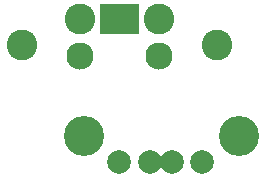
<source format=gts>
G04 #@! TF.FileFunction,Soldermask,Top*
%FSLAX46Y46*%
G04 Gerber Fmt 4.6, Leading zero omitted, Abs format (unit mm)*
G04 Created by KiCad (PCBNEW 4.0.7) date 11/16/18 17:07:03*
%MOMM*%
%LPD*%
G01*
G04 APERTURE LIST*
%ADD10C,0.100000*%
%ADD11C,2.600000*%
%ADD12C,2.300000*%
%ADD13R,0.800000X2.600000*%
%ADD14C,2.000000*%
%ADD15C,3.400000*%
G04 APERTURE END LIST*
D10*
D11*
X141839000Y-110434000D03*
D12*
X146789000Y-111354000D03*
D11*
X146789000Y-108204000D03*
D13*
X148814000Y-108204000D03*
X149464000Y-108204000D03*
X150114000Y-108204000D03*
X150764000Y-108204000D03*
X151414000Y-108204000D03*
D11*
X153439000Y-108204000D03*
D12*
X153439000Y-111354000D03*
D11*
X158389000Y-110434000D03*
D14*
X157070000Y-120310000D03*
X154570000Y-120310000D03*
X150070000Y-120310000D03*
D15*
X160240000Y-118110000D03*
X147100000Y-118110000D03*
D14*
X152670000Y-120310000D03*
M02*

</source>
